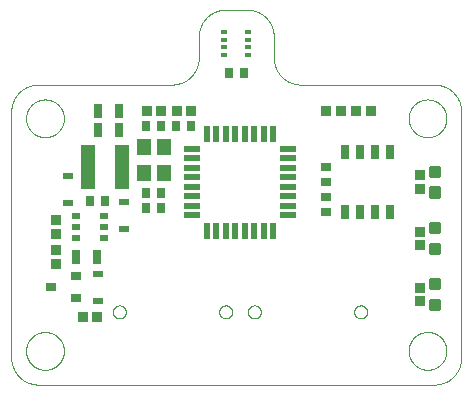
<source format=gtp>
G75*
%MOIN*%
%OFA0B0*%
%FSLAX25Y25*%
%IPPOS*%
%LPD*%
%AMOC8*
5,1,8,0,0,1.08239X$1,22.5*
%
%ADD10C,0.00000*%
%ADD11R,0.02756X0.03543*%
%ADD12R,0.03150X0.04724*%
%ADD13R,0.03268X0.02480*%
%ADD14R,0.04724X0.14567*%
%ADD15R,0.03543X0.03346*%
%ADD16R,0.05709X0.01969*%
%ADD17R,0.01969X0.05709*%
%ADD18R,0.01969X0.01378*%
%ADD19R,0.03543X0.02756*%
%ADD20C,0.01181*%
%ADD21R,0.02500X0.05000*%
%ADD22R,0.03150X0.02480*%
%ADD23R,0.03200X0.03500*%
%ADD24R,0.04724X0.05512*%
%ADD25R,0.03543X0.03150*%
%ADD26R,0.03346X0.03543*%
D10*
X0014550Y0005550D02*
X0146550Y0005550D01*
X0146767Y0005553D01*
X0146985Y0005561D01*
X0147202Y0005574D01*
X0147419Y0005592D01*
X0147635Y0005616D01*
X0147850Y0005644D01*
X0148065Y0005678D01*
X0148279Y0005718D01*
X0148492Y0005762D01*
X0148704Y0005812D01*
X0148914Y0005866D01*
X0149124Y0005926D01*
X0149331Y0005990D01*
X0149537Y0006060D01*
X0149741Y0006135D01*
X0149944Y0006214D01*
X0150144Y0006299D01*
X0150343Y0006388D01*
X0150539Y0006482D01*
X0150733Y0006581D01*
X0150924Y0006684D01*
X0151113Y0006792D01*
X0151299Y0006905D01*
X0151482Y0007022D01*
X0151663Y0007143D01*
X0151840Y0007269D01*
X0152014Y0007399D01*
X0152186Y0007533D01*
X0152354Y0007671D01*
X0152518Y0007813D01*
X0152679Y0007960D01*
X0152837Y0008110D01*
X0152990Y0008263D01*
X0153140Y0008421D01*
X0153287Y0008582D01*
X0153429Y0008746D01*
X0153567Y0008914D01*
X0153701Y0009086D01*
X0153831Y0009260D01*
X0153957Y0009437D01*
X0154078Y0009618D01*
X0154195Y0009801D01*
X0154308Y0009987D01*
X0154416Y0010176D01*
X0154519Y0010367D01*
X0154618Y0010561D01*
X0154712Y0010757D01*
X0154801Y0010956D01*
X0154886Y0011156D01*
X0154965Y0011359D01*
X0155040Y0011563D01*
X0155110Y0011769D01*
X0155174Y0011976D01*
X0155234Y0012186D01*
X0155288Y0012396D01*
X0155338Y0012608D01*
X0155382Y0012821D01*
X0155422Y0013035D01*
X0155456Y0013250D01*
X0155484Y0013465D01*
X0155508Y0013681D01*
X0155526Y0013898D01*
X0155539Y0014115D01*
X0155547Y0014333D01*
X0155550Y0014550D01*
X0155550Y0096550D01*
X0155547Y0096767D01*
X0155539Y0096985D01*
X0155526Y0097202D01*
X0155508Y0097419D01*
X0155484Y0097635D01*
X0155456Y0097850D01*
X0155422Y0098065D01*
X0155382Y0098279D01*
X0155338Y0098492D01*
X0155288Y0098704D01*
X0155234Y0098914D01*
X0155174Y0099124D01*
X0155110Y0099331D01*
X0155040Y0099537D01*
X0154965Y0099741D01*
X0154886Y0099944D01*
X0154801Y0100144D01*
X0154712Y0100343D01*
X0154618Y0100539D01*
X0154519Y0100733D01*
X0154416Y0100924D01*
X0154308Y0101113D01*
X0154195Y0101299D01*
X0154078Y0101482D01*
X0153957Y0101663D01*
X0153831Y0101840D01*
X0153701Y0102014D01*
X0153567Y0102186D01*
X0153429Y0102354D01*
X0153287Y0102518D01*
X0153140Y0102679D01*
X0152990Y0102837D01*
X0152837Y0102990D01*
X0152679Y0103140D01*
X0152518Y0103287D01*
X0152354Y0103429D01*
X0152186Y0103567D01*
X0152014Y0103701D01*
X0151840Y0103831D01*
X0151663Y0103957D01*
X0151482Y0104078D01*
X0151299Y0104195D01*
X0151113Y0104308D01*
X0150924Y0104416D01*
X0150733Y0104519D01*
X0150539Y0104618D01*
X0150343Y0104712D01*
X0150144Y0104801D01*
X0149944Y0104886D01*
X0149741Y0104965D01*
X0149537Y0105040D01*
X0149331Y0105110D01*
X0149124Y0105174D01*
X0148914Y0105234D01*
X0148704Y0105288D01*
X0148492Y0105338D01*
X0148279Y0105382D01*
X0148065Y0105422D01*
X0147850Y0105456D01*
X0147635Y0105484D01*
X0147419Y0105508D01*
X0147202Y0105526D01*
X0146985Y0105539D01*
X0146767Y0105547D01*
X0146550Y0105550D01*
X0102050Y0105550D01*
X0101833Y0105553D01*
X0101615Y0105561D01*
X0101398Y0105574D01*
X0101181Y0105592D01*
X0100965Y0105616D01*
X0100750Y0105644D01*
X0100535Y0105678D01*
X0100321Y0105718D01*
X0100108Y0105762D01*
X0099896Y0105812D01*
X0099686Y0105866D01*
X0099476Y0105926D01*
X0099269Y0105990D01*
X0099063Y0106060D01*
X0098859Y0106135D01*
X0098656Y0106214D01*
X0098456Y0106299D01*
X0098257Y0106388D01*
X0098061Y0106482D01*
X0097867Y0106581D01*
X0097676Y0106684D01*
X0097487Y0106792D01*
X0097301Y0106905D01*
X0097118Y0107022D01*
X0096937Y0107143D01*
X0096760Y0107269D01*
X0096586Y0107399D01*
X0096414Y0107533D01*
X0096246Y0107671D01*
X0096082Y0107813D01*
X0095921Y0107960D01*
X0095763Y0108110D01*
X0095610Y0108263D01*
X0095460Y0108421D01*
X0095313Y0108582D01*
X0095171Y0108746D01*
X0095033Y0108914D01*
X0094899Y0109086D01*
X0094769Y0109260D01*
X0094643Y0109437D01*
X0094522Y0109618D01*
X0094405Y0109801D01*
X0094292Y0109987D01*
X0094184Y0110176D01*
X0094081Y0110367D01*
X0093982Y0110561D01*
X0093888Y0110757D01*
X0093799Y0110956D01*
X0093714Y0111156D01*
X0093635Y0111359D01*
X0093560Y0111563D01*
X0093490Y0111769D01*
X0093426Y0111976D01*
X0093366Y0112186D01*
X0093312Y0112396D01*
X0093262Y0112608D01*
X0093218Y0112821D01*
X0093178Y0113035D01*
X0093144Y0113250D01*
X0093116Y0113465D01*
X0093092Y0113681D01*
X0093074Y0113898D01*
X0093061Y0114115D01*
X0093053Y0114333D01*
X0093050Y0114550D01*
X0093050Y0121550D01*
X0093047Y0121767D01*
X0093039Y0121985D01*
X0093026Y0122202D01*
X0093008Y0122419D01*
X0092984Y0122635D01*
X0092956Y0122850D01*
X0092922Y0123065D01*
X0092882Y0123279D01*
X0092838Y0123492D01*
X0092788Y0123704D01*
X0092734Y0123914D01*
X0092674Y0124124D01*
X0092610Y0124331D01*
X0092540Y0124537D01*
X0092465Y0124741D01*
X0092386Y0124944D01*
X0092301Y0125144D01*
X0092212Y0125343D01*
X0092118Y0125539D01*
X0092019Y0125733D01*
X0091916Y0125924D01*
X0091808Y0126113D01*
X0091695Y0126299D01*
X0091578Y0126482D01*
X0091457Y0126663D01*
X0091331Y0126840D01*
X0091201Y0127014D01*
X0091067Y0127186D01*
X0090929Y0127354D01*
X0090787Y0127518D01*
X0090640Y0127679D01*
X0090490Y0127837D01*
X0090337Y0127990D01*
X0090179Y0128140D01*
X0090018Y0128287D01*
X0089854Y0128429D01*
X0089686Y0128567D01*
X0089514Y0128701D01*
X0089340Y0128831D01*
X0089163Y0128957D01*
X0088982Y0129078D01*
X0088799Y0129195D01*
X0088613Y0129308D01*
X0088424Y0129416D01*
X0088233Y0129519D01*
X0088039Y0129618D01*
X0087843Y0129712D01*
X0087644Y0129801D01*
X0087444Y0129886D01*
X0087241Y0129965D01*
X0087037Y0130040D01*
X0086831Y0130110D01*
X0086624Y0130174D01*
X0086414Y0130234D01*
X0086204Y0130288D01*
X0085992Y0130338D01*
X0085779Y0130382D01*
X0085565Y0130422D01*
X0085350Y0130456D01*
X0085135Y0130484D01*
X0084919Y0130508D01*
X0084702Y0130526D01*
X0084485Y0130539D01*
X0084267Y0130547D01*
X0084050Y0130550D01*
X0077050Y0130550D01*
X0076833Y0130547D01*
X0076615Y0130539D01*
X0076398Y0130526D01*
X0076181Y0130508D01*
X0075965Y0130484D01*
X0075750Y0130456D01*
X0075535Y0130422D01*
X0075321Y0130382D01*
X0075108Y0130338D01*
X0074896Y0130288D01*
X0074686Y0130234D01*
X0074476Y0130174D01*
X0074269Y0130110D01*
X0074063Y0130040D01*
X0073859Y0129965D01*
X0073656Y0129886D01*
X0073456Y0129801D01*
X0073257Y0129712D01*
X0073061Y0129618D01*
X0072867Y0129519D01*
X0072676Y0129416D01*
X0072487Y0129308D01*
X0072301Y0129195D01*
X0072118Y0129078D01*
X0071937Y0128957D01*
X0071760Y0128831D01*
X0071586Y0128701D01*
X0071414Y0128567D01*
X0071246Y0128429D01*
X0071082Y0128287D01*
X0070921Y0128140D01*
X0070763Y0127990D01*
X0070610Y0127837D01*
X0070460Y0127679D01*
X0070313Y0127518D01*
X0070171Y0127354D01*
X0070033Y0127186D01*
X0069899Y0127014D01*
X0069769Y0126840D01*
X0069643Y0126663D01*
X0069522Y0126482D01*
X0069405Y0126299D01*
X0069292Y0126113D01*
X0069184Y0125924D01*
X0069081Y0125733D01*
X0068982Y0125539D01*
X0068888Y0125343D01*
X0068799Y0125144D01*
X0068714Y0124944D01*
X0068635Y0124741D01*
X0068560Y0124537D01*
X0068490Y0124331D01*
X0068426Y0124124D01*
X0068366Y0123914D01*
X0068312Y0123704D01*
X0068262Y0123492D01*
X0068218Y0123279D01*
X0068178Y0123065D01*
X0068144Y0122850D01*
X0068116Y0122635D01*
X0068092Y0122419D01*
X0068074Y0122202D01*
X0068061Y0121985D01*
X0068053Y0121767D01*
X0068050Y0121550D01*
X0068050Y0114550D01*
X0068047Y0114333D01*
X0068039Y0114115D01*
X0068026Y0113898D01*
X0068008Y0113681D01*
X0067984Y0113465D01*
X0067956Y0113250D01*
X0067922Y0113035D01*
X0067882Y0112821D01*
X0067838Y0112608D01*
X0067788Y0112396D01*
X0067734Y0112186D01*
X0067674Y0111976D01*
X0067610Y0111769D01*
X0067540Y0111563D01*
X0067465Y0111359D01*
X0067386Y0111156D01*
X0067301Y0110956D01*
X0067212Y0110757D01*
X0067118Y0110561D01*
X0067019Y0110367D01*
X0066916Y0110176D01*
X0066808Y0109987D01*
X0066695Y0109801D01*
X0066578Y0109618D01*
X0066457Y0109437D01*
X0066331Y0109260D01*
X0066201Y0109086D01*
X0066067Y0108914D01*
X0065929Y0108746D01*
X0065787Y0108582D01*
X0065640Y0108421D01*
X0065490Y0108263D01*
X0065337Y0108110D01*
X0065179Y0107960D01*
X0065018Y0107813D01*
X0064854Y0107671D01*
X0064686Y0107533D01*
X0064514Y0107399D01*
X0064340Y0107269D01*
X0064163Y0107143D01*
X0063982Y0107022D01*
X0063799Y0106905D01*
X0063613Y0106792D01*
X0063424Y0106684D01*
X0063233Y0106581D01*
X0063039Y0106482D01*
X0062843Y0106388D01*
X0062644Y0106299D01*
X0062444Y0106214D01*
X0062241Y0106135D01*
X0062037Y0106060D01*
X0061831Y0105990D01*
X0061624Y0105926D01*
X0061414Y0105866D01*
X0061204Y0105812D01*
X0060992Y0105762D01*
X0060779Y0105718D01*
X0060565Y0105678D01*
X0060350Y0105644D01*
X0060135Y0105616D01*
X0059919Y0105592D01*
X0059702Y0105574D01*
X0059485Y0105561D01*
X0059267Y0105553D01*
X0059050Y0105550D01*
X0014550Y0105550D01*
X0014333Y0105547D01*
X0014115Y0105539D01*
X0013898Y0105526D01*
X0013681Y0105508D01*
X0013465Y0105484D01*
X0013250Y0105456D01*
X0013035Y0105422D01*
X0012821Y0105382D01*
X0012608Y0105338D01*
X0012396Y0105288D01*
X0012186Y0105234D01*
X0011976Y0105174D01*
X0011769Y0105110D01*
X0011563Y0105040D01*
X0011359Y0104965D01*
X0011156Y0104886D01*
X0010956Y0104801D01*
X0010757Y0104712D01*
X0010561Y0104618D01*
X0010367Y0104519D01*
X0010176Y0104416D01*
X0009987Y0104308D01*
X0009801Y0104195D01*
X0009618Y0104078D01*
X0009437Y0103957D01*
X0009260Y0103831D01*
X0009086Y0103701D01*
X0008914Y0103567D01*
X0008746Y0103429D01*
X0008582Y0103287D01*
X0008421Y0103140D01*
X0008263Y0102990D01*
X0008110Y0102837D01*
X0007960Y0102679D01*
X0007813Y0102518D01*
X0007671Y0102354D01*
X0007533Y0102186D01*
X0007399Y0102014D01*
X0007269Y0101840D01*
X0007143Y0101663D01*
X0007022Y0101482D01*
X0006905Y0101299D01*
X0006792Y0101113D01*
X0006684Y0100924D01*
X0006581Y0100733D01*
X0006482Y0100539D01*
X0006388Y0100343D01*
X0006299Y0100144D01*
X0006214Y0099944D01*
X0006135Y0099741D01*
X0006060Y0099537D01*
X0005990Y0099331D01*
X0005926Y0099124D01*
X0005866Y0098914D01*
X0005812Y0098704D01*
X0005762Y0098492D01*
X0005718Y0098279D01*
X0005678Y0098065D01*
X0005644Y0097850D01*
X0005616Y0097635D01*
X0005592Y0097419D01*
X0005574Y0097202D01*
X0005561Y0096985D01*
X0005553Y0096767D01*
X0005550Y0096550D01*
X0005550Y0014550D01*
X0005553Y0014333D01*
X0005561Y0014115D01*
X0005574Y0013898D01*
X0005592Y0013681D01*
X0005616Y0013465D01*
X0005644Y0013250D01*
X0005678Y0013035D01*
X0005718Y0012821D01*
X0005762Y0012608D01*
X0005812Y0012396D01*
X0005866Y0012186D01*
X0005926Y0011976D01*
X0005990Y0011769D01*
X0006060Y0011563D01*
X0006135Y0011359D01*
X0006214Y0011156D01*
X0006299Y0010956D01*
X0006388Y0010757D01*
X0006482Y0010561D01*
X0006581Y0010367D01*
X0006684Y0010176D01*
X0006792Y0009987D01*
X0006905Y0009801D01*
X0007022Y0009618D01*
X0007143Y0009437D01*
X0007269Y0009260D01*
X0007399Y0009086D01*
X0007533Y0008914D01*
X0007671Y0008746D01*
X0007813Y0008582D01*
X0007960Y0008421D01*
X0008110Y0008263D01*
X0008263Y0008110D01*
X0008421Y0007960D01*
X0008582Y0007813D01*
X0008746Y0007671D01*
X0008914Y0007533D01*
X0009086Y0007399D01*
X0009260Y0007269D01*
X0009437Y0007143D01*
X0009618Y0007022D01*
X0009801Y0006905D01*
X0009987Y0006792D01*
X0010176Y0006684D01*
X0010367Y0006581D01*
X0010561Y0006482D01*
X0010757Y0006388D01*
X0010956Y0006299D01*
X0011156Y0006214D01*
X0011359Y0006135D01*
X0011563Y0006060D01*
X0011769Y0005990D01*
X0011976Y0005926D01*
X0012186Y0005866D01*
X0012396Y0005812D01*
X0012608Y0005762D01*
X0012821Y0005718D01*
X0013035Y0005678D01*
X0013250Y0005644D01*
X0013465Y0005616D01*
X0013681Y0005592D01*
X0013898Y0005574D01*
X0014115Y0005561D01*
X0014333Y0005553D01*
X0014550Y0005550D01*
X0010501Y0016800D02*
X0010503Y0016958D01*
X0010509Y0017116D01*
X0010519Y0017274D01*
X0010533Y0017432D01*
X0010551Y0017589D01*
X0010572Y0017746D01*
X0010598Y0017902D01*
X0010628Y0018058D01*
X0010661Y0018213D01*
X0010699Y0018366D01*
X0010740Y0018519D01*
X0010785Y0018671D01*
X0010834Y0018822D01*
X0010887Y0018971D01*
X0010943Y0019119D01*
X0011003Y0019265D01*
X0011067Y0019410D01*
X0011135Y0019553D01*
X0011206Y0019695D01*
X0011280Y0019835D01*
X0011358Y0019972D01*
X0011440Y0020108D01*
X0011524Y0020242D01*
X0011613Y0020373D01*
X0011704Y0020502D01*
X0011799Y0020629D01*
X0011896Y0020754D01*
X0011997Y0020876D01*
X0012101Y0020995D01*
X0012208Y0021112D01*
X0012318Y0021226D01*
X0012431Y0021337D01*
X0012546Y0021446D01*
X0012664Y0021551D01*
X0012785Y0021653D01*
X0012908Y0021753D01*
X0013034Y0021849D01*
X0013162Y0021942D01*
X0013292Y0022032D01*
X0013425Y0022118D01*
X0013560Y0022202D01*
X0013696Y0022281D01*
X0013835Y0022358D01*
X0013976Y0022430D01*
X0014118Y0022500D01*
X0014262Y0022565D01*
X0014408Y0022627D01*
X0014555Y0022685D01*
X0014704Y0022740D01*
X0014854Y0022791D01*
X0015005Y0022838D01*
X0015157Y0022881D01*
X0015310Y0022920D01*
X0015465Y0022956D01*
X0015620Y0022987D01*
X0015776Y0023015D01*
X0015932Y0023039D01*
X0016089Y0023059D01*
X0016247Y0023075D01*
X0016404Y0023087D01*
X0016563Y0023095D01*
X0016721Y0023099D01*
X0016879Y0023099D01*
X0017037Y0023095D01*
X0017196Y0023087D01*
X0017353Y0023075D01*
X0017511Y0023059D01*
X0017668Y0023039D01*
X0017824Y0023015D01*
X0017980Y0022987D01*
X0018135Y0022956D01*
X0018290Y0022920D01*
X0018443Y0022881D01*
X0018595Y0022838D01*
X0018746Y0022791D01*
X0018896Y0022740D01*
X0019045Y0022685D01*
X0019192Y0022627D01*
X0019338Y0022565D01*
X0019482Y0022500D01*
X0019624Y0022430D01*
X0019765Y0022358D01*
X0019904Y0022281D01*
X0020040Y0022202D01*
X0020175Y0022118D01*
X0020308Y0022032D01*
X0020438Y0021942D01*
X0020566Y0021849D01*
X0020692Y0021753D01*
X0020815Y0021653D01*
X0020936Y0021551D01*
X0021054Y0021446D01*
X0021169Y0021337D01*
X0021282Y0021226D01*
X0021392Y0021112D01*
X0021499Y0020995D01*
X0021603Y0020876D01*
X0021704Y0020754D01*
X0021801Y0020629D01*
X0021896Y0020502D01*
X0021987Y0020373D01*
X0022076Y0020242D01*
X0022160Y0020108D01*
X0022242Y0019972D01*
X0022320Y0019835D01*
X0022394Y0019695D01*
X0022465Y0019553D01*
X0022533Y0019410D01*
X0022597Y0019265D01*
X0022657Y0019119D01*
X0022713Y0018971D01*
X0022766Y0018822D01*
X0022815Y0018671D01*
X0022860Y0018519D01*
X0022901Y0018366D01*
X0022939Y0018213D01*
X0022972Y0018058D01*
X0023002Y0017902D01*
X0023028Y0017746D01*
X0023049Y0017589D01*
X0023067Y0017432D01*
X0023081Y0017274D01*
X0023091Y0017116D01*
X0023097Y0016958D01*
X0023099Y0016800D01*
X0023097Y0016642D01*
X0023091Y0016484D01*
X0023081Y0016326D01*
X0023067Y0016168D01*
X0023049Y0016011D01*
X0023028Y0015854D01*
X0023002Y0015698D01*
X0022972Y0015542D01*
X0022939Y0015387D01*
X0022901Y0015234D01*
X0022860Y0015081D01*
X0022815Y0014929D01*
X0022766Y0014778D01*
X0022713Y0014629D01*
X0022657Y0014481D01*
X0022597Y0014335D01*
X0022533Y0014190D01*
X0022465Y0014047D01*
X0022394Y0013905D01*
X0022320Y0013765D01*
X0022242Y0013628D01*
X0022160Y0013492D01*
X0022076Y0013358D01*
X0021987Y0013227D01*
X0021896Y0013098D01*
X0021801Y0012971D01*
X0021704Y0012846D01*
X0021603Y0012724D01*
X0021499Y0012605D01*
X0021392Y0012488D01*
X0021282Y0012374D01*
X0021169Y0012263D01*
X0021054Y0012154D01*
X0020936Y0012049D01*
X0020815Y0011947D01*
X0020692Y0011847D01*
X0020566Y0011751D01*
X0020438Y0011658D01*
X0020308Y0011568D01*
X0020175Y0011482D01*
X0020040Y0011398D01*
X0019904Y0011319D01*
X0019765Y0011242D01*
X0019624Y0011170D01*
X0019482Y0011100D01*
X0019338Y0011035D01*
X0019192Y0010973D01*
X0019045Y0010915D01*
X0018896Y0010860D01*
X0018746Y0010809D01*
X0018595Y0010762D01*
X0018443Y0010719D01*
X0018290Y0010680D01*
X0018135Y0010644D01*
X0017980Y0010613D01*
X0017824Y0010585D01*
X0017668Y0010561D01*
X0017511Y0010541D01*
X0017353Y0010525D01*
X0017196Y0010513D01*
X0017037Y0010505D01*
X0016879Y0010501D01*
X0016721Y0010501D01*
X0016563Y0010505D01*
X0016404Y0010513D01*
X0016247Y0010525D01*
X0016089Y0010541D01*
X0015932Y0010561D01*
X0015776Y0010585D01*
X0015620Y0010613D01*
X0015465Y0010644D01*
X0015310Y0010680D01*
X0015157Y0010719D01*
X0015005Y0010762D01*
X0014854Y0010809D01*
X0014704Y0010860D01*
X0014555Y0010915D01*
X0014408Y0010973D01*
X0014262Y0011035D01*
X0014118Y0011100D01*
X0013976Y0011170D01*
X0013835Y0011242D01*
X0013696Y0011319D01*
X0013560Y0011398D01*
X0013425Y0011482D01*
X0013292Y0011568D01*
X0013162Y0011658D01*
X0013034Y0011751D01*
X0012908Y0011847D01*
X0012785Y0011947D01*
X0012664Y0012049D01*
X0012546Y0012154D01*
X0012431Y0012263D01*
X0012318Y0012374D01*
X0012208Y0012488D01*
X0012101Y0012605D01*
X0011997Y0012724D01*
X0011896Y0012846D01*
X0011799Y0012971D01*
X0011704Y0013098D01*
X0011613Y0013227D01*
X0011524Y0013358D01*
X0011440Y0013492D01*
X0011358Y0013628D01*
X0011280Y0013765D01*
X0011206Y0013905D01*
X0011135Y0014047D01*
X0011067Y0014190D01*
X0011003Y0014335D01*
X0010943Y0014481D01*
X0010887Y0014629D01*
X0010834Y0014778D01*
X0010785Y0014929D01*
X0010740Y0015081D01*
X0010699Y0015234D01*
X0010661Y0015387D01*
X0010628Y0015542D01*
X0010598Y0015698D01*
X0010572Y0015854D01*
X0010551Y0016011D01*
X0010533Y0016168D01*
X0010519Y0016326D01*
X0010509Y0016484D01*
X0010503Y0016642D01*
X0010501Y0016800D01*
X0039418Y0029782D02*
X0039420Y0029875D01*
X0039426Y0029967D01*
X0039436Y0030059D01*
X0039450Y0030150D01*
X0039467Y0030241D01*
X0039489Y0030331D01*
X0039514Y0030420D01*
X0039543Y0030508D01*
X0039576Y0030594D01*
X0039613Y0030679D01*
X0039653Y0030763D01*
X0039697Y0030844D01*
X0039744Y0030924D01*
X0039794Y0031002D01*
X0039848Y0031077D01*
X0039905Y0031150D01*
X0039965Y0031220D01*
X0040028Y0031288D01*
X0040094Y0031353D01*
X0040162Y0031415D01*
X0040233Y0031475D01*
X0040307Y0031531D01*
X0040383Y0031584D01*
X0040461Y0031633D01*
X0040541Y0031680D01*
X0040623Y0031722D01*
X0040707Y0031762D01*
X0040792Y0031797D01*
X0040879Y0031829D01*
X0040967Y0031858D01*
X0041056Y0031882D01*
X0041146Y0031903D01*
X0041237Y0031919D01*
X0041329Y0031932D01*
X0041421Y0031941D01*
X0041514Y0031946D01*
X0041606Y0031947D01*
X0041699Y0031944D01*
X0041791Y0031937D01*
X0041883Y0031926D01*
X0041974Y0031911D01*
X0042065Y0031893D01*
X0042155Y0031870D01*
X0042243Y0031844D01*
X0042331Y0031814D01*
X0042417Y0031780D01*
X0042501Y0031743D01*
X0042584Y0031701D01*
X0042665Y0031657D01*
X0042745Y0031609D01*
X0042822Y0031558D01*
X0042896Y0031503D01*
X0042969Y0031445D01*
X0043039Y0031385D01*
X0043106Y0031321D01*
X0043170Y0031255D01*
X0043232Y0031185D01*
X0043290Y0031114D01*
X0043345Y0031040D01*
X0043397Y0030963D01*
X0043446Y0030884D01*
X0043492Y0030804D01*
X0043534Y0030721D01*
X0043572Y0030637D01*
X0043607Y0030551D01*
X0043638Y0030464D01*
X0043665Y0030376D01*
X0043688Y0030286D01*
X0043708Y0030196D01*
X0043724Y0030105D01*
X0043736Y0030013D01*
X0043744Y0029921D01*
X0043748Y0029828D01*
X0043748Y0029736D01*
X0043744Y0029643D01*
X0043736Y0029551D01*
X0043724Y0029459D01*
X0043708Y0029368D01*
X0043688Y0029278D01*
X0043665Y0029188D01*
X0043638Y0029100D01*
X0043607Y0029013D01*
X0043572Y0028927D01*
X0043534Y0028843D01*
X0043492Y0028760D01*
X0043446Y0028680D01*
X0043397Y0028601D01*
X0043345Y0028524D01*
X0043290Y0028450D01*
X0043232Y0028379D01*
X0043170Y0028309D01*
X0043106Y0028243D01*
X0043039Y0028179D01*
X0042969Y0028119D01*
X0042896Y0028061D01*
X0042822Y0028006D01*
X0042745Y0027955D01*
X0042666Y0027907D01*
X0042584Y0027863D01*
X0042501Y0027821D01*
X0042417Y0027784D01*
X0042331Y0027750D01*
X0042243Y0027720D01*
X0042155Y0027694D01*
X0042065Y0027671D01*
X0041974Y0027653D01*
X0041883Y0027638D01*
X0041791Y0027627D01*
X0041699Y0027620D01*
X0041606Y0027617D01*
X0041514Y0027618D01*
X0041421Y0027623D01*
X0041329Y0027632D01*
X0041237Y0027645D01*
X0041146Y0027661D01*
X0041056Y0027682D01*
X0040967Y0027706D01*
X0040879Y0027735D01*
X0040792Y0027767D01*
X0040707Y0027802D01*
X0040623Y0027842D01*
X0040541Y0027884D01*
X0040461Y0027931D01*
X0040383Y0027980D01*
X0040307Y0028033D01*
X0040233Y0028089D01*
X0040162Y0028149D01*
X0040094Y0028211D01*
X0040028Y0028276D01*
X0039965Y0028344D01*
X0039905Y0028414D01*
X0039848Y0028487D01*
X0039794Y0028562D01*
X0039744Y0028640D01*
X0039697Y0028720D01*
X0039653Y0028801D01*
X0039613Y0028885D01*
X0039576Y0028970D01*
X0039543Y0029056D01*
X0039514Y0029144D01*
X0039489Y0029233D01*
X0039467Y0029323D01*
X0039450Y0029414D01*
X0039436Y0029505D01*
X0039426Y0029597D01*
X0039420Y0029689D01*
X0039418Y0029782D01*
X0074852Y0029782D02*
X0074854Y0029875D01*
X0074860Y0029967D01*
X0074870Y0030059D01*
X0074884Y0030150D01*
X0074901Y0030241D01*
X0074923Y0030331D01*
X0074948Y0030420D01*
X0074977Y0030508D01*
X0075010Y0030594D01*
X0075047Y0030679D01*
X0075087Y0030763D01*
X0075131Y0030844D01*
X0075178Y0030924D01*
X0075228Y0031002D01*
X0075282Y0031077D01*
X0075339Y0031150D01*
X0075399Y0031220D01*
X0075462Y0031288D01*
X0075528Y0031353D01*
X0075596Y0031415D01*
X0075667Y0031475D01*
X0075741Y0031531D01*
X0075817Y0031584D01*
X0075895Y0031633D01*
X0075975Y0031680D01*
X0076057Y0031722D01*
X0076141Y0031762D01*
X0076226Y0031797D01*
X0076313Y0031829D01*
X0076401Y0031858D01*
X0076490Y0031882D01*
X0076580Y0031903D01*
X0076671Y0031919D01*
X0076763Y0031932D01*
X0076855Y0031941D01*
X0076948Y0031946D01*
X0077040Y0031947D01*
X0077133Y0031944D01*
X0077225Y0031937D01*
X0077317Y0031926D01*
X0077408Y0031911D01*
X0077499Y0031893D01*
X0077589Y0031870D01*
X0077677Y0031844D01*
X0077765Y0031814D01*
X0077851Y0031780D01*
X0077935Y0031743D01*
X0078018Y0031701D01*
X0078099Y0031657D01*
X0078179Y0031609D01*
X0078256Y0031558D01*
X0078330Y0031503D01*
X0078403Y0031445D01*
X0078473Y0031385D01*
X0078540Y0031321D01*
X0078604Y0031255D01*
X0078666Y0031185D01*
X0078724Y0031114D01*
X0078779Y0031040D01*
X0078831Y0030963D01*
X0078880Y0030884D01*
X0078926Y0030804D01*
X0078968Y0030721D01*
X0079006Y0030637D01*
X0079041Y0030551D01*
X0079072Y0030464D01*
X0079099Y0030376D01*
X0079122Y0030286D01*
X0079142Y0030196D01*
X0079158Y0030105D01*
X0079170Y0030013D01*
X0079178Y0029921D01*
X0079182Y0029828D01*
X0079182Y0029736D01*
X0079178Y0029643D01*
X0079170Y0029551D01*
X0079158Y0029459D01*
X0079142Y0029368D01*
X0079122Y0029278D01*
X0079099Y0029188D01*
X0079072Y0029100D01*
X0079041Y0029013D01*
X0079006Y0028927D01*
X0078968Y0028843D01*
X0078926Y0028760D01*
X0078880Y0028680D01*
X0078831Y0028601D01*
X0078779Y0028524D01*
X0078724Y0028450D01*
X0078666Y0028379D01*
X0078604Y0028309D01*
X0078540Y0028243D01*
X0078473Y0028179D01*
X0078403Y0028119D01*
X0078330Y0028061D01*
X0078256Y0028006D01*
X0078179Y0027955D01*
X0078100Y0027907D01*
X0078018Y0027863D01*
X0077935Y0027821D01*
X0077851Y0027784D01*
X0077765Y0027750D01*
X0077677Y0027720D01*
X0077589Y0027694D01*
X0077499Y0027671D01*
X0077408Y0027653D01*
X0077317Y0027638D01*
X0077225Y0027627D01*
X0077133Y0027620D01*
X0077040Y0027617D01*
X0076948Y0027618D01*
X0076855Y0027623D01*
X0076763Y0027632D01*
X0076671Y0027645D01*
X0076580Y0027661D01*
X0076490Y0027682D01*
X0076401Y0027706D01*
X0076313Y0027735D01*
X0076226Y0027767D01*
X0076141Y0027802D01*
X0076057Y0027842D01*
X0075975Y0027884D01*
X0075895Y0027931D01*
X0075817Y0027980D01*
X0075741Y0028033D01*
X0075667Y0028089D01*
X0075596Y0028149D01*
X0075528Y0028211D01*
X0075462Y0028276D01*
X0075399Y0028344D01*
X0075339Y0028414D01*
X0075282Y0028487D01*
X0075228Y0028562D01*
X0075178Y0028640D01*
X0075131Y0028720D01*
X0075087Y0028801D01*
X0075047Y0028885D01*
X0075010Y0028970D01*
X0074977Y0029056D01*
X0074948Y0029144D01*
X0074923Y0029233D01*
X0074901Y0029323D01*
X0074884Y0029414D01*
X0074870Y0029505D01*
X0074860Y0029597D01*
X0074854Y0029689D01*
X0074852Y0029782D01*
X0084418Y0029782D02*
X0084420Y0029875D01*
X0084426Y0029967D01*
X0084436Y0030059D01*
X0084450Y0030150D01*
X0084467Y0030241D01*
X0084489Y0030331D01*
X0084514Y0030420D01*
X0084543Y0030508D01*
X0084576Y0030594D01*
X0084613Y0030679D01*
X0084653Y0030763D01*
X0084697Y0030844D01*
X0084744Y0030924D01*
X0084794Y0031002D01*
X0084848Y0031077D01*
X0084905Y0031150D01*
X0084965Y0031220D01*
X0085028Y0031288D01*
X0085094Y0031353D01*
X0085162Y0031415D01*
X0085233Y0031475D01*
X0085307Y0031531D01*
X0085383Y0031584D01*
X0085461Y0031633D01*
X0085541Y0031680D01*
X0085623Y0031722D01*
X0085707Y0031762D01*
X0085792Y0031797D01*
X0085879Y0031829D01*
X0085967Y0031858D01*
X0086056Y0031882D01*
X0086146Y0031903D01*
X0086237Y0031919D01*
X0086329Y0031932D01*
X0086421Y0031941D01*
X0086514Y0031946D01*
X0086606Y0031947D01*
X0086699Y0031944D01*
X0086791Y0031937D01*
X0086883Y0031926D01*
X0086974Y0031911D01*
X0087065Y0031893D01*
X0087155Y0031870D01*
X0087243Y0031844D01*
X0087331Y0031814D01*
X0087417Y0031780D01*
X0087501Y0031743D01*
X0087584Y0031701D01*
X0087665Y0031657D01*
X0087745Y0031609D01*
X0087822Y0031558D01*
X0087896Y0031503D01*
X0087969Y0031445D01*
X0088039Y0031385D01*
X0088106Y0031321D01*
X0088170Y0031255D01*
X0088232Y0031185D01*
X0088290Y0031114D01*
X0088345Y0031040D01*
X0088397Y0030963D01*
X0088446Y0030884D01*
X0088492Y0030804D01*
X0088534Y0030721D01*
X0088572Y0030637D01*
X0088607Y0030551D01*
X0088638Y0030464D01*
X0088665Y0030376D01*
X0088688Y0030286D01*
X0088708Y0030196D01*
X0088724Y0030105D01*
X0088736Y0030013D01*
X0088744Y0029921D01*
X0088748Y0029828D01*
X0088748Y0029736D01*
X0088744Y0029643D01*
X0088736Y0029551D01*
X0088724Y0029459D01*
X0088708Y0029368D01*
X0088688Y0029278D01*
X0088665Y0029188D01*
X0088638Y0029100D01*
X0088607Y0029013D01*
X0088572Y0028927D01*
X0088534Y0028843D01*
X0088492Y0028760D01*
X0088446Y0028680D01*
X0088397Y0028601D01*
X0088345Y0028524D01*
X0088290Y0028450D01*
X0088232Y0028379D01*
X0088170Y0028309D01*
X0088106Y0028243D01*
X0088039Y0028179D01*
X0087969Y0028119D01*
X0087896Y0028061D01*
X0087822Y0028006D01*
X0087745Y0027955D01*
X0087666Y0027907D01*
X0087584Y0027863D01*
X0087501Y0027821D01*
X0087417Y0027784D01*
X0087331Y0027750D01*
X0087243Y0027720D01*
X0087155Y0027694D01*
X0087065Y0027671D01*
X0086974Y0027653D01*
X0086883Y0027638D01*
X0086791Y0027627D01*
X0086699Y0027620D01*
X0086606Y0027617D01*
X0086514Y0027618D01*
X0086421Y0027623D01*
X0086329Y0027632D01*
X0086237Y0027645D01*
X0086146Y0027661D01*
X0086056Y0027682D01*
X0085967Y0027706D01*
X0085879Y0027735D01*
X0085792Y0027767D01*
X0085707Y0027802D01*
X0085623Y0027842D01*
X0085541Y0027884D01*
X0085461Y0027931D01*
X0085383Y0027980D01*
X0085307Y0028033D01*
X0085233Y0028089D01*
X0085162Y0028149D01*
X0085094Y0028211D01*
X0085028Y0028276D01*
X0084965Y0028344D01*
X0084905Y0028414D01*
X0084848Y0028487D01*
X0084794Y0028562D01*
X0084744Y0028640D01*
X0084697Y0028720D01*
X0084653Y0028801D01*
X0084613Y0028885D01*
X0084576Y0028970D01*
X0084543Y0029056D01*
X0084514Y0029144D01*
X0084489Y0029233D01*
X0084467Y0029323D01*
X0084450Y0029414D01*
X0084436Y0029505D01*
X0084426Y0029597D01*
X0084420Y0029689D01*
X0084418Y0029782D01*
X0119852Y0029782D02*
X0119854Y0029875D01*
X0119860Y0029967D01*
X0119870Y0030059D01*
X0119884Y0030150D01*
X0119901Y0030241D01*
X0119923Y0030331D01*
X0119948Y0030420D01*
X0119977Y0030508D01*
X0120010Y0030594D01*
X0120047Y0030679D01*
X0120087Y0030763D01*
X0120131Y0030844D01*
X0120178Y0030924D01*
X0120228Y0031002D01*
X0120282Y0031077D01*
X0120339Y0031150D01*
X0120399Y0031220D01*
X0120462Y0031288D01*
X0120528Y0031353D01*
X0120596Y0031415D01*
X0120667Y0031475D01*
X0120741Y0031531D01*
X0120817Y0031584D01*
X0120895Y0031633D01*
X0120975Y0031680D01*
X0121057Y0031722D01*
X0121141Y0031762D01*
X0121226Y0031797D01*
X0121313Y0031829D01*
X0121401Y0031858D01*
X0121490Y0031882D01*
X0121580Y0031903D01*
X0121671Y0031919D01*
X0121763Y0031932D01*
X0121855Y0031941D01*
X0121948Y0031946D01*
X0122040Y0031947D01*
X0122133Y0031944D01*
X0122225Y0031937D01*
X0122317Y0031926D01*
X0122408Y0031911D01*
X0122499Y0031893D01*
X0122589Y0031870D01*
X0122677Y0031844D01*
X0122765Y0031814D01*
X0122851Y0031780D01*
X0122935Y0031743D01*
X0123018Y0031701D01*
X0123099Y0031657D01*
X0123179Y0031609D01*
X0123256Y0031558D01*
X0123330Y0031503D01*
X0123403Y0031445D01*
X0123473Y0031385D01*
X0123540Y0031321D01*
X0123604Y0031255D01*
X0123666Y0031185D01*
X0123724Y0031114D01*
X0123779Y0031040D01*
X0123831Y0030963D01*
X0123880Y0030884D01*
X0123926Y0030804D01*
X0123968Y0030721D01*
X0124006Y0030637D01*
X0124041Y0030551D01*
X0124072Y0030464D01*
X0124099Y0030376D01*
X0124122Y0030286D01*
X0124142Y0030196D01*
X0124158Y0030105D01*
X0124170Y0030013D01*
X0124178Y0029921D01*
X0124182Y0029828D01*
X0124182Y0029736D01*
X0124178Y0029643D01*
X0124170Y0029551D01*
X0124158Y0029459D01*
X0124142Y0029368D01*
X0124122Y0029278D01*
X0124099Y0029188D01*
X0124072Y0029100D01*
X0124041Y0029013D01*
X0124006Y0028927D01*
X0123968Y0028843D01*
X0123926Y0028760D01*
X0123880Y0028680D01*
X0123831Y0028601D01*
X0123779Y0028524D01*
X0123724Y0028450D01*
X0123666Y0028379D01*
X0123604Y0028309D01*
X0123540Y0028243D01*
X0123473Y0028179D01*
X0123403Y0028119D01*
X0123330Y0028061D01*
X0123256Y0028006D01*
X0123179Y0027955D01*
X0123100Y0027907D01*
X0123018Y0027863D01*
X0122935Y0027821D01*
X0122851Y0027784D01*
X0122765Y0027750D01*
X0122677Y0027720D01*
X0122589Y0027694D01*
X0122499Y0027671D01*
X0122408Y0027653D01*
X0122317Y0027638D01*
X0122225Y0027627D01*
X0122133Y0027620D01*
X0122040Y0027617D01*
X0121948Y0027618D01*
X0121855Y0027623D01*
X0121763Y0027632D01*
X0121671Y0027645D01*
X0121580Y0027661D01*
X0121490Y0027682D01*
X0121401Y0027706D01*
X0121313Y0027735D01*
X0121226Y0027767D01*
X0121141Y0027802D01*
X0121057Y0027842D01*
X0120975Y0027884D01*
X0120895Y0027931D01*
X0120817Y0027980D01*
X0120741Y0028033D01*
X0120667Y0028089D01*
X0120596Y0028149D01*
X0120528Y0028211D01*
X0120462Y0028276D01*
X0120399Y0028344D01*
X0120339Y0028414D01*
X0120282Y0028487D01*
X0120228Y0028562D01*
X0120178Y0028640D01*
X0120131Y0028720D01*
X0120087Y0028801D01*
X0120047Y0028885D01*
X0120010Y0028970D01*
X0119977Y0029056D01*
X0119948Y0029144D01*
X0119923Y0029233D01*
X0119901Y0029323D01*
X0119884Y0029414D01*
X0119870Y0029505D01*
X0119860Y0029597D01*
X0119854Y0029689D01*
X0119852Y0029782D01*
X0138001Y0016800D02*
X0138003Y0016958D01*
X0138009Y0017116D01*
X0138019Y0017274D01*
X0138033Y0017432D01*
X0138051Y0017589D01*
X0138072Y0017746D01*
X0138098Y0017902D01*
X0138128Y0018058D01*
X0138161Y0018213D01*
X0138199Y0018366D01*
X0138240Y0018519D01*
X0138285Y0018671D01*
X0138334Y0018822D01*
X0138387Y0018971D01*
X0138443Y0019119D01*
X0138503Y0019265D01*
X0138567Y0019410D01*
X0138635Y0019553D01*
X0138706Y0019695D01*
X0138780Y0019835D01*
X0138858Y0019972D01*
X0138940Y0020108D01*
X0139024Y0020242D01*
X0139113Y0020373D01*
X0139204Y0020502D01*
X0139299Y0020629D01*
X0139396Y0020754D01*
X0139497Y0020876D01*
X0139601Y0020995D01*
X0139708Y0021112D01*
X0139818Y0021226D01*
X0139931Y0021337D01*
X0140046Y0021446D01*
X0140164Y0021551D01*
X0140285Y0021653D01*
X0140408Y0021753D01*
X0140534Y0021849D01*
X0140662Y0021942D01*
X0140792Y0022032D01*
X0140925Y0022118D01*
X0141060Y0022202D01*
X0141196Y0022281D01*
X0141335Y0022358D01*
X0141476Y0022430D01*
X0141618Y0022500D01*
X0141762Y0022565D01*
X0141908Y0022627D01*
X0142055Y0022685D01*
X0142204Y0022740D01*
X0142354Y0022791D01*
X0142505Y0022838D01*
X0142657Y0022881D01*
X0142810Y0022920D01*
X0142965Y0022956D01*
X0143120Y0022987D01*
X0143276Y0023015D01*
X0143432Y0023039D01*
X0143589Y0023059D01*
X0143747Y0023075D01*
X0143904Y0023087D01*
X0144063Y0023095D01*
X0144221Y0023099D01*
X0144379Y0023099D01*
X0144537Y0023095D01*
X0144696Y0023087D01*
X0144853Y0023075D01*
X0145011Y0023059D01*
X0145168Y0023039D01*
X0145324Y0023015D01*
X0145480Y0022987D01*
X0145635Y0022956D01*
X0145790Y0022920D01*
X0145943Y0022881D01*
X0146095Y0022838D01*
X0146246Y0022791D01*
X0146396Y0022740D01*
X0146545Y0022685D01*
X0146692Y0022627D01*
X0146838Y0022565D01*
X0146982Y0022500D01*
X0147124Y0022430D01*
X0147265Y0022358D01*
X0147404Y0022281D01*
X0147540Y0022202D01*
X0147675Y0022118D01*
X0147808Y0022032D01*
X0147938Y0021942D01*
X0148066Y0021849D01*
X0148192Y0021753D01*
X0148315Y0021653D01*
X0148436Y0021551D01*
X0148554Y0021446D01*
X0148669Y0021337D01*
X0148782Y0021226D01*
X0148892Y0021112D01*
X0148999Y0020995D01*
X0149103Y0020876D01*
X0149204Y0020754D01*
X0149301Y0020629D01*
X0149396Y0020502D01*
X0149487Y0020373D01*
X0149576Y0020242D01*
X0149660Y0020108D01*
X0149742Y0019972D01*
X0149820Y0019835D01*
X0149894Y0019695D01*
X0149965Y0019553D01*
X0150033Y0019410D01*
X0150097Y0019265D01*
X0150157Y0019119D01*
X0150213Y0018971D01*
X0150266Y0018822D01*
X0150315Y0018671D01*
X0150360Y0018519D01*
X0150401Y0018366D01*
X0150439Y0018213D01*
X0150472Y0018058D01*
X0150502Y0017902D01*
X0150528Y0017746D01*
X0150549Y0017589D01*
X0150567Y0017432D01*
X0150581Y0017274D01*
X0150591Y0017116D01*
X0150597Y0016958D01*
X0150599Y0016800D01*
X0150597Y0016642D01*
X0150591Y0016484D01*
X0150581Y0016326D01*
X0150567Y0016168D01*
X0150549Y0016011D01*
X0150528Y0015854D01*
X0150502Y0015698D01*
X0150472Y0015542D01*
X0150439Y0015387D01*
X0150401Y0015234D01*
X0150360Y0015081D01*
X0150315Y0014929D01*
X0150266Y0014778D01*
X0150213Y0014629D01*
X0150157Y0014481D01*
X0150097Y0014335D01*
X0150033Y0014190D01*
X0149965Y0014047D01*
X0149894Y0013905D01*
X0149820Y0013765D01*
X0149742Y0013628D01*
X0149660Y0013492D01*
X0149576Y0013358D01*
X0149487Y0013227D01*
X0149396Y0013098D01*
X0149301Y0012971D01*
X0149204Y0012846D01*
X0149103Y0012724D01*
X0148999Y0012605D01*
X0148892Y0012488D01*
X0148782Y0012374D01*
X0148669Y0012263D01*
X0148554Y0012154D01*
X0148436Y0012049D01*
X0148315Y0011947D01*
X0148192Y0011847D01*
X0148066Y0011751D01*
X0147938Y0011658D01*
X0147808Y0011568D01*
X0147675Y0011482D01*
X0147540Y0011398D01*
X0147404Y0011319D01*
X0147265Y0011242D01*
X0147124Y0011170D01*
X0146982Y0011100D01*
X0146838Y0011035D01*
X0146692Y0010973D01*
X0146545Y0010915D01*
X0146396Y0010860D01*
X0146246Y0010809D01*
X0146095Y0010762D01*
X0145943Y0010719D01*
X0145790Y0010680D01*
X0145635Y0010644D01*
X0145480Y0010613D01*
X0145324Y0010585D01*
X0145168Y0010561D01*
X0145011Y0010541D01*
X0144853Y0010525D01*
X0144696Y0010513D01*
X0144537Y0010505D01*
X0144379Y0010501D01*
X0144221Y0010501D01*
X0144063Y0010505D01*
X0143904Y0010513D01*
X0143747Y0010525D01*
X0143589Y0010541D01*
X0143432Y0010561D01*
X0143276Y0010585D01*
X0143120Y0010613D01*
X0142965Y0010644D01*
X0142810Y0010680D01*
X0142657Y0010719D01*
X0142505Y0010762D01*
X0142354Y0010809D01*
X0142204Y0010860D01*
X0142055Y0010915D01*
X0141908Y0010973D01*
X0141762Y0011035D01*
X0141618Y0011100D01*
X0141476Y0011170D01*
X0141335Y0011242D01*
X0141196Y0011319D01*
X0141060Y0011398D01*
X0140925Y0011482D01*
X0140792Y0011568D01*
X0140662Y0011658D01*
X0140534Y0011751D01*
X0140408Y0011847D01*
X0140285Y0011947D01*
X0140164Y0012049D01*
X0140046Y0012154D01*
X0139931Y0012263D01*
X0139818Y0012374D01*
X0139708Y0012488D01*
X0139601Y0012605D01*
X0139497Y0012724D01*
X0139396Y0012846D01*
X0139299Y0012971D01*
X0139204Y0013098D01*
X0139113Y0013227D01*
X0139024Y0013358D01*
X0138940Y0013492D01*
X0138858Y0013628D01*
X0138780Y0013765D01*
X0138706Y0013905D01*
X0138635Y0014047D01*
X0138567Y0014190D01*
X0138503Y0014335D01*
X0138443Y0014481D01*
X0138387Y0014629D01*
X0138334Y0014778D01*
X0138285Y0014929D01*
X0138240Y0015081D01*
X0138199Y0015234D01*
X0138161Y0015387D01*
X0138128Y0015542D01*
X0138098Y0015698D01*
X0138072Y0015854D01*
X0138051Y0016011D01*
X0138033Y0016168D01*
X0138019Y0016326D01*
X0138009Y0016484D01*
X0138003Y0016642D01*
X0138001Y0016800D01*
X0138001Y0094300D02*
X0138003Y0094458D01*
X0138009Y0094616D01*
X0138019Y0094774D01*
X0138033Y0094932D01*
X0138051Y0095089D01*
X0138072Y0095246D01*
X0138098Y0095402D01*
X0138128Y0095558D01*
X0138161Y0095713D01*
X0138199Y0095866D01*
X0138240Y0096019D01*
X0138285Y0096171D01*
X0138334Y0096322D01*
X0138387Y0096471D01*
X0138443Y0096619D01*
X0138503Y0096765D01*
X0138567Y0096910D01*
X0138635Y0097053D01*
X0138706Y0097195D01*
X0138780Y0097335D01*
X0138858Y0097472D01*
X0138940Y0097608D01*
X0139024Y0097742D01*
X0139113Y0097873D01*
X0139204Y0098002D01*
X0139299Y0098129D01*
X0139396Y0098254D01*
X0139497Y0098376D01*
X0139601Y0098495D01*
X0139708Y0098612D01*
X0139818Y0098726D01*
X0139931Y0098837D01*
X0140046Y0098946D01*
X0140164Y0099051D01*
X0140285Y0099153D01*
X0140408Y0099253D01*
X0140534Y0099349D01*
X0140662Y0099442D01*
X0140792Y0099532D01*
X0140925Y0099618D01*
X0141060Y0099702D01*
X0141196Y0099781D01*
X0141335Y0099858D01*
X0141476Y0099930D01*
X0141618Y0100000D01*
X0141762Y0100065D01*
X0141908Y0100127D01*
X0142055Y0100185D01*
X0142204Y0100240D01*
X0142354Y0100291D01*
X0142505Y0100338D01*
X0142657Y0100381D01*
X0142810Y0100420D01*
X0142965Y0100456D01*
X0143120Y0100487D01*
X0143276Y0100515D01*
X0143432Y0100539D01*
X0143589Y0100559D01*
X0143747Y0100575D01*
X0143904Y0100587D01*
X0144063Y0100595D01*
X0144221Y0100599D01*
X0144379Y0100599D01*
X0144537Y0100595D01*
X0144696Y0100587D01*
X0144853Y0100575D01*
X0145011Y0100559D01*
X0145168Y0100539D01*
X0145324Y0100515D01*
X0145480Y0100487D01*
X0145635Y0100456D01*
X0145790Y0100420D01*
X0145943Y0100381D01*
X0146095Y0100338D01*
X0146246Y0100291D01*
X0146396Y0100240D01*
X0146545Y0100185D01*
X0146692Y0100127D01*
X0146838Y0100065D01*
X0146982Y0100000D01*
X0147124Y0099930D01*
X0147265Y0099858D01*
X0147404Y0099781D01*
X0147540Y0099702D01*
X0147675Y0099618D01*
X0147808Y0099532D01*
X0147938Y0099442D01*
X0148066Y0099349D01*
X0148192Y0099253D01*
X0148315Y0099153D01*
X0148436Y0099051D01*
X0148554Y0098946D01*
X0148669Y0098837D01*
X0148782Y0098726D01*
X0148892Y0098612D01*
X0148999Y0098495D01*
X0149103Y0098376D01*
X0149204Y0098254D01*
X0149301Y0098129D01*
X0149396Y0098002D01*
X0149487Y0097873D01*
X0149576Y0097742D01*
X0149660Y0097608D01*
X0149742Y0097472D01*
X0149820Y0097335D01*
X0149894Y0097195D01*
X0149965Y0097053D01*
X0150033Y0096910D01*
X0150097Y0096765D01*
X0150157Y0096619D01*
X0150213Y0096471D01*
X0150266Y0096322D01*
X0150315Y0096171D01*
X0150360Y0096019D01*
X0150401Y0095866D01*
X0150439Y0095713D01*
X0150472Y0095558D01*
X0150502Y0095402D01*
X0150528Y0095246D01*
X0150549Y0095089D01*
X0150567Y0094932D01*
X0150581Y0094774D01*
X0150591Y0094616D01*
X0150597Y0094458D01*
X0150599Y0094300D01*
X0150597Y0094142D01*
X0150591Y0093984D01*
X0150581Y0093826D01*
X0150567Y0093668D01*
X0150549Y0093511D01*
X0150528Y0093354D01*
X0150502Y0093198D01*
X0150472Y0093042D01*
X0150439Y0092887D01*
X0150401Y0092734D01*
X0150360Y0092581D01*
X0150315Y0092429D01*
X0150266Y0092278D01*
X0150213Y0092129D01*
X0150157Y0091981D01*
X0150097Y0091835D01*
X0150033Y0091690D01*
X0149965Y0091547D01*
X0149894Y0091405D01*
X0149820Y0091265D01*
X0149742Y0091128D01*
X0149660Y0090992D01*
X0149576Y0090858D01*
X0149487Y0090727D01*
X0149396Y0090598D01*
X0149301Y0090471D01*
X0149204Y0090346D01*
X0149103Y0090224D01*
X0148999Y0090105D01*
X0148892Y0089988D01*
X0148782Y0089874D01*
X0148669Y0089763D01*
X0148554Y0089654D01*
X0148436Y0089549D01*
X0148315Y0089447D01*
X0148192Y0089347D01*
X0148066Y0089251D01*
X0147938Y0089158D01*
X0147808Y0089068D01*
X0147675Y0088982D01*
X0147540Y0088898D01*
X0147404Y0088819D01*
X0147265Y0088742D01*
X0147124Y0088670D01*
X0146982Y0088600D01*
X0146838Y0088535D01*
X0146692Y0088473D01*
X0146545Y0088415D01*
X0146396Y0088360D01*
X0146246Y0088309D01*
X0146095Y0088262D01*
X0145943Y0088219D01*
X0145790Y0088180D01*
X0145635Y0088144D01*
X0145480Y0088113D01*
X0145324Y0088085D01*
X0145168Y0088061D01*
X0145011Y0088041D01*
X0144853Y0088025D01*
X0144696Y0088013D01*
X0144537Y0088005D01*
X0144379Y0088001D01*
X0144221Y0088001D01*
X0144063Y0088005D01*
X0143904Y0088013D01*
X0143747Y0088025D01*
X0143589Y0088041D01*
X0143432Y0088061D01*
X0143276Y0088085D01*
X0143120Y0088113D01*
X0142965Y0088144D01*
X0142810Y0088180D01*
X0142657Y0088219D01*
X0142505Y0088262D01*
X0142354Y0088309D01*
X0142204Y0088360D01*
X0142055Y0088415D01*
X0141908Y0088473D01*
X0141762Y0088535D01*
X0141618Y0088600D01*
X0141476Y0088670D01*
X0141335Y0088742D01*
X0141196Y0088819D01*
X0141060Y0088898D01*
X0140925Y0088982D01*
X0140792Y0089068D01*
X0140662Y0089158D01*
X0140534Y0089251D01*
X0140408Y0089347D01*
X0140285Y0089447D01*
X0140164Y0089549D01*
X0140046Y0089654D01*
X0139931Y0089763D01*
X0139818Y0089874D01*
X0139708Y0089988D01*
X0139601Y0090105D01*
X0139497Y0090224D01*
X0139396Y0090346D01*
X0139299Y0090471D01*
X0139204Y0090598D01*
X0139113Y0090727D01*
X0139024Y0090858D01*
X0138940Y0090992D01*
X0138858Y0091128D01*
X0138780Y0091265D01*
X0138706Y0091405D01*
X0138635Y0091547D01*
X0138567Y0091690D01*
X0138503Y0091835D01*
X0138443Y0091981D01*
X0138387Y0092129D01*
X0138334Y0092278D01*
X0138285Y0092429D01*
X0138240Y0092581D01*
X0138199Y0092734D01*
X0138161Y0092887D01*
X0138128Y0093042D01*
X0138098Y0093198D01*
X0138072Y0093354D01*
X0138051Y0093511D01*
X0138033Y0093668D01*
X0138019Y0093826D01*
X0138009Y0093984D01*
X0138003Y0094142D01*
X0138001Y0094300D01*
X0010501Y0094300D02*
X0010503Y0094458D01*
X0010509Y0094616D01*
X0010519Y0094774D01*
X0010533Y0094932D01*
X0010551Y0095089D01*
X0010572Y0095246D01*
X0010598Y0095402D01*
X0010628Y0095558D01*
X0010661Y0095713D01*
X0010699Y0095866D01*
X0010740Y0096019D01*
X0010785Y0096171D01*
X0010834Y0096322D01*
X0010887Y0096471D01*
X0010943Y0096619D01*
X0011003Y0096765D01*
X0011067Y0096910D01*
X0011135Y0097053D01*
X0011206Y0097195D01*
X0011280Y0097335D01*
X0011358Y0097472D01*
X0011440Y0097608D01*
X0011524Y0097742D01*
X0011613Y0097873D01*
X0011704Y0098002D01*
X0011799Y0098129D01*
X0011896Y0098254D01*
X0011997Y0098376D01*
X0012101Y0098495D01*
X0012208Y0098612D01*
X0012318Y0098726D01*
X0012431Y0098837D01*
X0012546Y0098946D01*
X0012664Y0099051D01*
X0012785Y0099153D01*
X0012908Y0099253D01*
X0013034Y0099349D01*
X0013162Y0099442D01*
X0013292Y0099532D01*
X0013425Y0099618D01*
X0013560Y0099702D01*
X0013696Y0099781D01*
X0013835Y0099858D01*
X0013976Y0099930D01*
X0014118Y0100000D01*
X0014262Y0100065D01*
X0014408Y0100127D01*
X0014555Y0100185D01*
X0014704Y0100240D01*
X0014854Y0100291D01*
X0015005Y0100338D01*
X0015157Y0100381D01*
X0015310Y0100420D01*
X0015465Y0100456D01*
X0015620Y0100487D01*
X0015776Y0100515D01*
X0015932Y0100539D01*
X0016089Y0100559D01*
X0016247Y0100575D01*
X0016404Y0100587D01*
X0016563Y0100595D01*
X0016721Y0100599D01*
X0016879Y0100599D01*
X0017037Y0100595D01*
X0017196Y0100587D01*
X0017353Y0100575D01*
X0017511Y0100559D01*
X0017668Y0100539D01*
X0017824Y0100515D01*
X0017980Y0100487D01*
X0018135Y0100456D01*
X0018290Y0100420D01*
X0018443Y0100381D01*
X0018595Y0100338D01*
X0018746Y0100291D01*
X0018896Y0100240D01*
X0019045Y0100185D01*
X0019192Y0100127D01*
X0019338Y0100065D01*
X0019482Y0100000D01*
X0019624Y0099930D01*
X0019765Y0099858D01*
X0019904Y0099781D01*
X0020040Y0099702D01*
X0020175Y0099618D01*
X0020308Y0099532D01*
X0020438Y0099442D01*
X0020566Y0099349D01*
X0020692Y0099253D01*
X0020815Y0099153D01*
X0020936Y0099051D01*
X0021054Y0098946D01*
X0021169Y0098837D01*
X0021282Y0098726D01*
X0021392Y0098612D01*
X0021499Y0098495D01*
X0021603Y0098376D01*
X0021704Y0098254D01*
X0021801Y0098129D01*
X0021896Y0098002D01*
X0021987Y0097873D01*
X0022076Y0097742D01*
X0022160Y0097608D01*
X0022242Y0097472D01*
X0022320Y0097335D01*
X0022394Y0097195D01*
X0022465Y0097053D01*
X0022533Y0096910D01*
X0022597Y0096765D01*
X0022657Y0096619D01*
X0022713Y0096471D01*
X0022766Y0096322D01*
X0022815Y0096171D01*
X0022860Y0096019D01*
X0022901Y0095866D01*
X0022939Y0095713D01*
X0022972Y0095558D01*
X0023002Y0095402D01*
X0023028Y0095246D01*
X0023049Y0095089D01*
X0023067Y0094932D01*
X0023081Y0094774D01*
X0023091Y0094616D01*
X0023097Y0094458D01*
X0023099Y0094300D01*
X0023097Y0094142D01*
X0023091Y0093984D01*
X0023081Y0093826D01*
X0023067Y0093668D01*
X0023049Y0093511D01*
X0023028Y0093354D01*
X0023002Y0093198D01*
X0022972Y0093042D01*
X0022939Y0092887D01*
X0022901Y0092734D01*
X0022860Y0092581D01*
X0022815Y0092429D01*
X0022766Y0092278D01*
X0022713Y0092129D01*
X0022657Y0091981D01*
X0022597Y0091835D01*
X0022533Y0091690D01*
X0022465Y0091547D01*
X0022394Y0091405D01*
X0022320Y0091265D01*
X0022242Y0091128D01*
X0022160Y0090992D01*
X0022076Y0090858D01*
X0021987Y0090727D01*
X0021896Y0090598D01*
X0021801Y0090471D01*
X0021704Y0090346D01*
X0021603Y0090224D01*
X0021499Y0090105D01*
X0021392Y0089988D01*
X0021282Y0089874D01*
X0021169Y0089763D01*
X0021054Y0089654D01*
X0020936Y0089549D01*
X0020815Y0089447D01*
X0020692Y0089347D01*
X0020566Y0089251D01*
X0020438Y0089158D01*
X0020308Y0089068D01*
X0020175Y0088982D01*
X0020040Y0088898D01*
X0019904Y0088819D01*
X0019765Y0088742D01*
X0019624Y0088670D01*
X0019482Y0088600D01*
X0019338Y0088535D01*
X0019192Y0088473D01*
X0019045Y0088415D01*
X0018896Y0088360D01*
X0018746Y0088309D01*
X0018595Y0088262D01*
X0018443Y0088219D01*
X0018290Y0088180D01*
X0018135Y0088144D01*
X0017980Y0088113D01*
X0017824Y0088085D01*
X0017668Y0088061D01*
X0017511Y0088041D01*
X0017353Y0088025D01*
X0017196Y0088013D01*
X0017037Y0088005D01*
X0016879Y0088001D01*
X0016721Y0088001D01*
X0016563Y0088005D01*
X0016404Y0088013D01*
X0016247Y0088025D01*
X0016089Y0088041D01*
X0015932Y0088061D01*
X0015776Y0088085D01*
X0015620Y0088113D01*
X0015465Y0088144D01*
X0015310Y0088180D01*
X0015157Y0088219D01*
X0015005Y0088262D01*
X0014854Y0088309D01*
X0014704Y0088360D01*
X0014555Y0088415D01*
X0014408Y0088473D01*
X0014262Y0088535D01*
X0014118Y0088600D01*
X0013976Y0088670D01*
X0013835Y0088742D01*
X0013696Y0088819D01*
X0013560Y0088898D01*
X0013425Y0088982D01*
X0013292Y0089068D01*
X0013162Y0089158D01*
X0013034Y0089251D01*
X0012908Y0089347D01*
X0012785Y0089447D01*
X0012664Y0089549D01*
X0012546Y0089654D01*
X0012431Y0089763D01*
X0012318Y0089874D01*
X0012208Y0089988D01*
X0012101Y0090105D01*
X0011997Y0090224D01*
X0011896Y0090346D01*
X0011799Y0090471D01*
X0011704Y0090598D01*
X0011613Y0090727D01*
X0011524Y0090858D01*
X0011440Y0090992D01*
X0011358Y0091128D01*
X0011280Y0091265D01*
X0011206Y0091405D01*
X0011135Y0091547D01*
X0011067Y0091690D01*
X0011003Y0091835D01*
X0010943Y0091981D01*
X0010887Y0092129D01*
X0010834Y0092278D01*
X0010785Y0092429D01*
X0010740Y0092581D01*
X0010699Y0092734D01*
X0010661Y0092887D01*
X0010628Y0093042D01*
X0010598Y0093198D01*
X0010572Y0093354D01*
X0010551Y0093511D01*
X0010533Y0093668D01*
X0010519Y0093826D01*
X0010509Y0093984D01*
X0010503Y0094142D01*
X0010501Y0094300D01*
D11*
X0031741Y0066800D03*
X0036859Y0066800D03*
X0050491Y0064300D03*
X0055609Y0064300D03*
X0055609Y0069300D03*
X0050491Y0069300D03*
X0050491Y0091800D03*
X0055609Y0091800D03*
X0060491Y0091800D03*
X0065609Y0091800D03*
X0077991Y0109300D03*
X0083109Y0109300D03*
D12*
X0041593Y0096800D03*
X0041593Y0090550D03*
X0034507Y0090550D03*
X0034507Y0096800D03*
X0034093Y0048050D03*
X0027007Y0048050D03*
D13*
X0034300Y0042578D03*
X0034300Y0033522D03*
X0043050Y0057272D03*
X0043050Y0066328D03*
X0024300Y0066022D03*
X0024300Y0075078D03*
D14*
X0031288Y0078050D03*
X0042312Y0078050D03*
D15*
X0020550Y0060333D03*
X0020550Y0055767D03*
X0020550Y0050333D03*
X0020550Y0045767D03*
X0141800Y0052017D03*
X0141800Y0056583D03*
X0141800Y0070767D03*
X0141800Y0075333D03*
X0141800Y0037833D03*
X0141800Y0033267D03*
D16*
X0097942Y0062026D03*
X0097942Y0065176D03*
X0097942Y0068326D03*
X0097942Y0071475D03*
X0097942Y0074625D03*
X0097942Y0077774D03*
X0097942Y0080924D03*
X0097942Y0084074D03*
X0065658Y0084074D03*
X0065658Y0080924D03*
X0065658Y0077774D03*
X0065658Y0074625D03*
X0065658Y0071475D03*
X0065658Y0068326D03*
X0065658Y0065176D03*
X0065658Y0062026D03*
D17*
X0070776Y0056908D03*
X0073926Y0056908D03*
X0077076Y0056908D03*
X0080225Y0056908D03*
X0083375Y0056908D03*
X0086524Y0056908D03*
X0089674Y0056908D03*
X0092824Y0056908D03*
X0092824Y0089192D03*
X0089674Y0089192D03*
X0086524Y0089192D03*
X0083375Y0089192D03*
X0080225Y0089192D03*
X0077076Y0089192D03*
X0073926Y0089192D03*
X0070776Y0089192D03*
D18*
X0076515Y0115461D03*
X0076515Y0118020D03*
X0076515Y0120580D03*
X0076515Y0123139D03*
X0084585Y0123139D03*
X0084585Y0120580D03*
X0084585Y0118020D03*
X0084585Y0115461D03*
D19*
X0110550Y0078109D03*
X0110550Y0072991D03*
X0110550Y0068109D03*
X0110550Y0062991D03*
D20*
X0145422Y0056375D02*
X0148178Y0056375D01*
X0145422Y0056375D02*
X0145422Y0059131D01*
X0148178Y0059131D01*
X0148178Y0056375D01*
X0148178Y0057555D02*
X0145422Y0057555D01*
X0145422Y0058735D02*
X0148178Y0058735D01*
X0148178Y0049469D02*
X0145422Y0049469D01*
X0145422Y0052225D01*
X0148178Y0052225D01*
X0148178Y0049469D01*
X0148178Y0050649D02*
X0145422Y0050649D01*
X0145422Y0051829D02*
X0148178Y0051829D01*
X0148178Y0037625D02*
X0145422Y0037625D01*
X0145422Y0040381D01*
X0148178Y0040381D01*
X0148178Y0037625D01*
X0148178Y0038805D02*
X0145422Y0038805D01*
X0145422Y0039985D02*
X0148178Y0039985D01*
X0148178Y0030719D02*
X0145422Y0030719D01*
X0145422Y0033475D01*
X0148178Y0033475D01*
X0148178Y0030719D01*
X0148178Y0031899D02*
X0145422Y0031899D01*
X0145422Y0033079D02*
X0148178Y0033079D01*
X0148178Y0068219D02*
X0145422Y0068219D01*
X0145422Y0070975D01*
X0148178Y0070975D01*
X0148178Y0068219D01*
X0148178Y0069399D02*
X0145422Y0069399D01*
X0145422Y0070579D02*
X0148178Y0070579D01*
X0148178Y0075125D02*
X0145422Y0075125D01*
X0145422Y0077881D01*
X0148178Y0077881D01*
X0148178Y0075125D01*
X0148178Y0076305D02*
X0145422Y0076305D01*
X0145422Y0077485D02*
X0148178Y0077485D01*
D21*
X0131800Y0083050D03*
X0126800Y0083050D03*
X0121800Y0083050D03*
X0116800Y0083050D03*
X0116800Y0063050D03*
X0121800Y0063050D03*
X0126800Y0063050D03*
X0131800Y0063050D03*
D22*
X0036524Y0061790D03*
X0036524Y0058050D03*
X0036524Y0054310D03*
X0027076Y0054310D03*
X0027076Y0058050D03*
X0027076Y0061790D03*
D23*
X0110550Y0096800D03*
X0115550Y0096800D03*
X0120550Y0096800D03*
X0125550Y0096800D03*
D24*
X0056396Y0084881D03*
X0049704Y0084881D03*
X0049704Y0076219D03*
X0056396Y0076219D03*
D25*
X0026987Y0041790D03*
X0018719Y0038050D03*
X0026987Y0034310D03*
D26*
X0029517Y0028050D03*
X0034083Y0028050D03*
X0050767Y0096800D03*
X0055333Y0096800D03*
X0060767Y0096800D03*
X0065333Y0096800D03*
M02*

</source>
